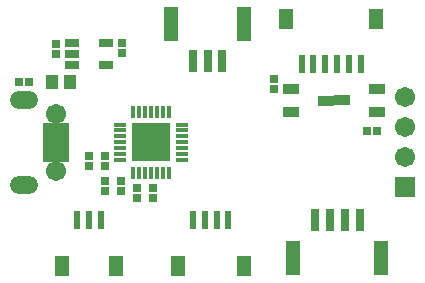
<source format=gts>
G04*
G04 #@! TF.GenerationSoftware,Altium Limited,Altium Designer,20.1.7 (139)*
G04*
G04 Layer_Color=8388736*
%FSLAX25Y25*%
%MOIN*%
G70*
G04*
G04 #@! TF.SameCoordinates,8D634492-3E34-4B73-8720-EB9472E910E3*
G04*
G04*
G04 #@! TF.FilePolarity,Negative*
G04*
G01*
G75*
%ADD15R,0.04724X0.07087*%
%ADD16R,0.02362X0.06102*%
%ADD27R,0.05328X0.03359*%
%ADD28R,0.02959X0.02762*%
%ADD29R,0.05131X0.03162*%
%ADD30R,0.04461X0.04658*%
%ADD31R,0.02762X0.02959*%
%ADD32R,0.13005X0.13005*%
%ADD33R,0.01800X0.04343*%
%ADD34R,0.04343X0.01800*%
%ADD35R,0.04737X0.11430*%
%ADD36R,0.03162X0.07493*%
%ADD37R,0.08674X0.02572*%
%ADD38C,0.06706*%
%ADD39R,0.06706X0.06706*%
%ADD40O,0.09458X0.05918*%
%ADD41C,0.06706*%
D15*
X124961Y41210D02*
D03*
X95039D02*
D03*
X20245Y-41110D02*
D03*
X38355D02*
D03*
X80924Y-41088D02*
D03*
X58876D02*
D03*
D16*
X100157Y25954D02*
D03*
X104095D02*
D03*
X108031D02*
D03*
X111969D02*
D03*
X115905D02*
D03*
X119843D02*
D03*
X25363Y-25854D02*
D03*
X29300D02*
D03*
X33237D02*
D03*
X75805Y-25832D02*
D03*
X71868D02*
D03*
X67931D02*
D03*
X63994D02*
D03*
D27*
X108207Y13900D02*
D03*
X96593Y10160D02*
D03*
Y17640D02*
D03*
X113593Y14000D02*
D03*
X125207Y17740D02*
D03*
Y10260D02*
D03*
D28*
X91100Y21073D02*
D03*
Y17727D02*
D03*
X40300Y29754D02*
D03*
Y33100D02*
D03*
X18400Y29527D02*
D03*
Y32873D02*
D03*
X34600Y-7800D02*
D03*
Y-4453D02*
D03*
X29200Y-7800D02*
D03*
Y-4453D02*
D03*
X40100Y-16400D02*
D03*
Y-13054D02*
D03*
X34700Y-16300D02*
D03*
Y-12954D02*
D03*
X50800Y-15327D02*
D03*
Y-18673D02*
D03*
X45400Y-18573D02*
D03*
Y-15227D02*
D03*
D29*
X23788Y33140D02*
D03*
Y29400D02*
D03*
Y25660D02*
D03*
X34812D02*
D03*
Y33140D02*
D03*
D30*
X17069Y20000D02*
D03*
X23132D02*
D03*
D31*
X6127Y20100D02*
D03*
X9473D02*
D03*
X121853Y3900D02*
D03*
X125200D02*
D03*
D32*
X50000Y0D02*
D03*
D33*
X44094Y10197D02*
D03*
X46063D02*
D03*
X48031D02*
D03*
X50000D02*
D03*
X51968D02*
D03*
X53937D02*
D03*
X55905D02*
D03*
Y-10197D02*
D03*
X53937D02*
D03*
X51968D02*
D03*
X50000D02*
D03*
X48031D02*
D03*
X46063D02*
D03*
X44094D02*
D03*
D34*
X60197Y5906D02*
D03*
Y3937D02*
D03*
Y1969D02*
D03*
Y0D02*
D03*
Y-1969D02*
D03*
Y-3937D02*
D03*
Y-5906D02*
D03*
X39803D02*
D03*
Y-3937D02*
D03*
Y-1969D02*
D03*
Y0D02*
D03*
Y1969D02*
D03*
Y3937D02*
D03*
Y5906D02*
D03*
D35*
X56695Y39542D02*
D03*
X81026D02*
D03*
X126765Y-38542D02*
D03*
X97435D02*
D03*
D36*
X63900Y26943D02*
D03*
X73743D02*
D03*
X68821D02*
D03*
X119482Y-25943D02*
D03*
X114561D02*
D03*
X104718D02*
D03*
X109639D02*
D03*
D37*
X18225Y-5077D02*
D03*
Y-2518D02*
D03*
Y41D02*
D03*
Y2600D02*
D03*
Y5159D02*
D03*
D38*
X134500Y5000D02*
D03*
Y15000D02*
D03*
Y-5000D02*
D03*
D39*
Y-15000D02*
D03*
D40*
X7744Y-14173D02*
D03*
X7744Y14173D02*
D03*
D41*
X18256Y9547D02*
D03*
Y-9547D02*
D03*
M02*

</source>
